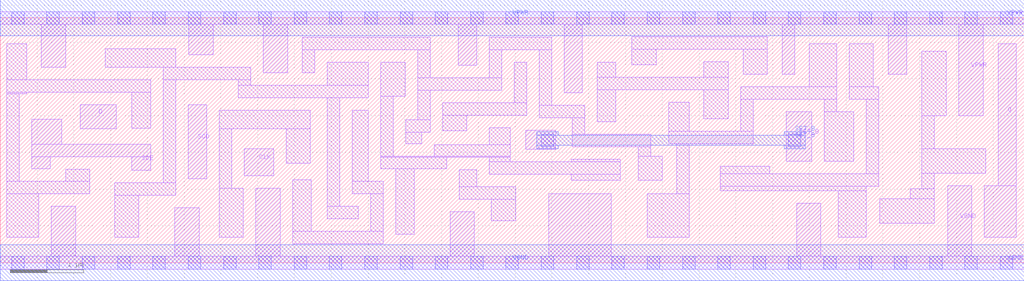
<source format=lef>
# Copyright 2020 The SkyWater PDK Authors
#
# Licensed under the Apache License, Version 2.0 (the "License");
# you may not use this file except in compliance with the License.
# You may obtain a copy of the License at
#
#     https://www.apache.org/licenses/LICENSE-2.0
#
# Unless required by applicable law or agreed to in writing, software
# distributed under the License is distributed on an "AS IS" BASIS,
# WITHOUT WARRANTIES OR CONDITIONS OF ANY KIND, either express or implied.
# See the License for the specific language governing permissions and
# limitations under the License.
#
# SPDX-License-Identifier: Apache-2.0

VERSION 5.7 ;
  NAMESCASESENSITIVE ON ;
  NOWIREEXTENSIONATPIN ON ;
  DIVIDERCHAR "/" ;
  BUSBITCHARS "[]" ;
UNITS
  DATABASE MICRONS 200 ;
END UNITS
MACRO sky130_fd_sc_ls__sdfstp_1
  CLASS CORE ;
  SOURCE USER ;
  FOREIGN sky130_fd_sc_ls__sdfstp_1 ;
  ORIGIN  0.000000  0.000000 ;
  SIZE  13.92000 BY  3.330000 ;
  SYMMETRY X Y ;
  SITE unit ;
  PIN D
    ANTENNAGATEAREA  0.159000 ;
    DIRECTION INPUT ;
    USE SIGNAL ;
    PORT
      LAYER li1 ;
        RECT 1.085000 1.820000 1.580000 2.150000 ;
    END
  END D
  PIN Q
    ANTENNADIFFAREA  0.530100 ;
    DIRECTION OUTPUT ;
    USE SIGNAL ;
    PORT
      LAYER li1 ;
        RECT 13.380000 0.350000 13.815000 1.050000 ;
        RECT 13.565000 1.050000 13.815000 2.980000 ;
    END
  END Q
  PIN SCD
    ANTENNAGATEAREA  0.159000 ;
    DIRECTION INPUT ;
    USE SIGNAL ;
    PORT
      LAYER li1 ;
        RECT 2.555000 1.140000 2.805000 2.150000 ;
    END
  END SCD
  PIN SCE
    ANTENNAGATEAREA  0.318000 ;
    DIRECTION INPUT ;
    USE SIGNAL ;
    PORT
      LAYER li1 ;
        RECT 0.425000 1.280000 0.680000 1.440000 ;
        RECT 0.425000 1.440000 2.045000 1.610000 ;
        RECT 0.425000 1.610000 0.835000 1.950000 ;
        RECT 1.790000 1.260000 2.045000 1.440000 ;
    END
  END SCE
  PIN SET_B
    ANTENNAGATEAREA  0.252000 ;
    DIRECTION INPUT ;
    USE SIGNAL ;
    PORT
      LAYER li1 ;
        RECT  7.145000 1.540000  7.555000 1.800000 ;
        RECT 10.685000 1.380000 11.030000 2.050000 ;
      LAYER mcon ;
        RECT  7.355000 1.580000  7.525000 1.750000 ;
        RECT 10.715000 1.580000 10.885000 1.750000 ;
      LAYER met1 ;
        RECT  7.295000 1.550000  7.585000 1.595000 ;
        RECT  7.295000 1.595000 10.945000 1.735000 ;
        RECT  7.295000 1.735000  7.585000 1.780000 ;
        RECT 10.655000 1.550000 10.945000 1.595000 ;
        RECT 10.655000 1.735000 10.945000 1.780000 ;
    END
  END SET_B
  PIN CLK
    ANTENNAGATEAREA  0.279000 ;
    DIRECTION INPUT ;
    USE CLOCK ;
    PORT
      LAYER li1 ;
        RECT 3.315000 1.180000 3.715000 1.550000 ;
    END
  END CLK
  PIN VGND
    DIRECTION INOUT ;
    SHAPE ABUTMENT ;
    USE GROUND ;
    PORT
      LAYER li1 ;
        RECT  0.000000 -0.085000 13.920000 0.085000 ;
        RECT  0.695000  0.085000  1.025000 0.770000 ;
        RECT  2.375000  0.085000  2.705000 0.750000 ;
        RECT  3.475000  0.085000  3.805000 1.010000 ;
        RECT  6.115000  0.085000  6.445000 0.690000 ;
        RECT  7.455000  0.085000  8.305000 0.940000 ;
        RECT 10.825000  0.085000 11.155000 0.810000 ;
        RECT 12.880000  0.085000 13.210000 1.050000 ;
      LAYER mcon ;
        RECT  0.155000 -0.085000  0.325000 0.085000 ;
        RECT  0.635000 -0.085000  0.805000 0.085000 ;
        RECT  1.115000 -0.085000  1.285000 0.085000 ;
        RECT  1.595000 -0.085000  1.765000 0.085000 ;
        RECT  2.075000 -0.085000  2.245000 0.085000 ;
        RECT  2.555000 -0.085000  2.725000 0.085000 ;
        RECT  3.035000 -0.085000  3.205000 0.085000 ;
        RECT  3.515000 -0.085000  3.685000 0.085000 ;
        RECT  3.995000 -0.085000  4.165000 0.085000 ;
        RECT  4.475000 -0.085000  4.645000 0.085000 ;
        RECT  4.955000 -0.085000  5.125000 0.085000 ;
        RECT  5.435000 -0.085000  5.605000 0.085000 ;
        RECT  5.915000 -0.085000  6.085000 0.085000 ;
        RECT  6.395000 -0.085000  6.565000 0.085000 ;
        RECT  6.875000 -0.085000  7.045000 0.085000 ;
        RECT  7.355000 -0.085000  7.525000 0.085000 ;
        RECT  7.835000 -0.085000  8.005000 0.085000 ;
        RECT  8.315000 -0.085000  8.485000 0.085000 ;
        RECT  8.795000 -0.085000  8.965000 0.085000 ;
        RECT  9.275000 -0.085000  9.445000 0.085000 ;
        RECT  9.755000 -0.085000  9.925000 0.085000 ;
        RECT 10.235000 -0.085000 10.405000 0.085000 ;
        RECT 10.715000 -0.085000 10.885000 0.085000 ;
        RECT 11.195000 -0.085000 11.365000 0.085000 ;
        RECT 11.675000 -0.085000 11.845000 0.085000 ;
        RECT 12.155000 -0.085000 12.325000 0.085000 ;
        RECT 12.635000 -0.085000 12.805000 0.085000 ;
        RECT 13.115000 -0.085000 13.285000 0.085000 ;
        RECT 13.595000 -0.085000 13.765000 0.085000 ;
      LAYER met1 ;
        RECT 0.000000 -0.245000 13.920000 0.245000 ;
    END
  END VGND
  PIN VPWR
    DIRECTION INOUT ;
    SHAPE ABUTMENT ;
    USE POWER ;
    PORT
      LAYER li1 ;
        RECT  0.000000 3.245000 13.920000 3.415000 ;
        RECT  0.560000 2.660000  0.890000 3.245000 ;
        RECT  2.565000 2.830000  2.895000 3.245000 ;
        RECT  3.575000 2.580000  3.905000 3.245000 ;
        RECT  6.225000 2.685000  6.475000 3.245000 ;
        RECT  7.665000 2.310000  7.915000 3.245000 ;
        RECT 10.630000 2.560000 10.800000 3.245000 ;
        RECT 12.070000 2.560000 12.320000 3.245000 ;
        RECT 13.030000 1.995000 13.360000 3.245000 ;
      LAYER mcon ;
        RECT  0.155000 3.245000  0.325000 3.415000 ;
        RECT  0.635000 3.245000  0.805000 3.415000 ;
        RECT  1.115000 3.245000  1.285000 3.415000 ;
        RECT  1.595000 3.245000  1.765000 3.415000 ;
        RECT  2.075000 3.245000  2.245000 3.415000 ;
        RECT  2.555000 3.245000  2.725000 3.415000 ;
        RECT  3.035000 3.245000  3.205000 3.415000 ;
        RECT  3.515000 3.245000  3.685000 3.415000 ;
        RECT  3.995000 3.245000  4.165000 3.415000 ;
        RECT  4.475000 3.245000  4.645000 3.415000 ;
        RECT  4.955000 3.245000  5.125000 3.415000 ;
        RECT  5.435000 3.245000  5.605000 3.415000 ;
        RECT  5.915000 3.245000  6.085000 3.415000 ;
        RECT  6.395000 3.245000  6.565000 3.415000 ;
        RECT  6.875000 3.245000  7.045000 3.415000 ;
        RECT  7.355000 3.245000  7.525000 3.415000 ;
        RECT  7.835000 3.245000  8.005000 3.415000 ;
        RECT  8.315000 3.245000  8.485000 3.415000 ;
        RECT  8.795000 3.245000  8.965000 3.415000 ;
        RECT  9.275000 3.245000  9.445000 3.415000 ;
        RECT  9.755000 3.245000  9.925000 3.415000 ;
        RECT 10.235000 3.245000 10.405000 3.415000 ;
        RECT 10.715000 3.245000 10.885000 3.415000 ;
        RECT 11.195000 3.245000 11.365000 3.415000 ;
        RECT 11.675000 3.245000 11.845000 3.415000 ;
        RECT 12.155000 3.245000 12.325000 3.415000 ;
        RECT 12.635000 3.245000 12.805000 3.415000 ;
        RECT 13.115000 3.245000 13.285000 3.415000 ;
        RECT 13.595000 3.245000 13.765000 3.415000 ;
      LAYER met1 ;
        RECT 0.000000 3.085000 13.920000 3.575000 ;
    END
  END VPWR
  OBS
    LAYER li1 ;
      RECT  0.085000 0.350000  0.525000 0.940000 ;
      RECT  0.085000 0.940000  1.220000 1.110000 ;
      RECT  0.085000 1.110000  0.255000 2.300000 ;
      RECT  0.085000 2.300000  0.360000 2.320000 ;
      RECT  0.085000 2.320000  2.045000 2.490000 ;
      RECT  0.085000 2.490000  0.360000 2.980000 ;
      RECT  0.890000 1.110000  1.220000 1.270000 ;
      RECT  1.430000 2.660000  2.385000 2.910000 ;
      RECT  1.555000 0.350000  1.885000 0.920000 ;
      RECT  1.555000 0.920000  2.385000 1.090000 ;
      RECT  1.790000 1.830000  2.045000 2.320000 ;
      RECT  2.215000 1.090000  2.385000 2.490000 ;
      RECT  2.215000 2.490000  3.405000 2.660000 ;
      RECT  2.975000 0.350000  3.305000 1.010000 ;
      RECT  2.975000 1.010000  3.145000 1.820000 ;
      RECT  2.975000 1.820000  4.215000 2.070000 ;
      RECT  3.235000 2.240000  5.005000 2.410000 ;
      RECT  3.235000 2.410000  3.405000 2.490000 ;
      RECT  3.885000 1.350000  4.215000 1.820000 ;
      RECT  3.975000 0.255000  5.205000 0.425000 ;
      RECT  3.975000 0.425000  4.225000 1.130000 ;
      RECT  4.105000 2.580000  4.275000 2.895000 ;
      RECT  4.105000 2.895000  5.845000 3.065000 ;
      RECT  4.445000 0.595000  4.865000 0.765000 ;
      RECT  4.445000 0.765000  4.615000 2.240000 ;
      RECT  4.445000 2.410000  5.005000 2.725000 ;
      RECT  4.785000 0.935000  5.205000 1.105000 ;
      RECT  4.785000 1.105000  5.005000 2.070000 ;
      RECT  5.035000 0.425000  5.205000 0.935000 ;
      RECT  5.175000 1.275000  6.070000 1.435000 ;
      RECT  5.175000 1.435000  6.935000 1.445000 ;
      RECT  5.175000 1.445000  5.345000 2.265000 ;
      RECT  5.175000 2.265000  5.505000 2.725000 ;
      RECT  5.375000 0.385000  5.625000 1.275000 ;
      RECT  5.515000 1.615000  5.730000 1.775000 ;
      RECT  5.515000 1.775000  5.845000 1.945000 ;
      RECT  5.675000 1.945000  5.845000 2.345000 ;
      RECT  5.675000 2.345000  6.815000 2.515000 ;
      RECT  5.675000 2.515000  5.845000 2.895000 ;
      RECT  5.900000 1.445000  6.935000 1.605000 ;
      RECT  6.015000 1.795000  6.345000 2.005000 ;
      RECT  6.015000 2.005000  7.155000 2.175000 ;
      RECT  6.240000 0.860000  7.005000 1.030000 ;
      RECT  6.240000 1.030000  6.480000 1.265000 ;
      RECT  6.645000 2.515000  6.815000 2.895000 ;
      RECT  6.645000 2.895000  7.495000 3.065000 ;
      RECT  6.650000 1.200000  8.430000 1.370000 ;
      RECT  6.650000 1.370000  6.935000 1.435000 ;
      RECT  6.650000 1.605000  6.935000 1.835000 ;
      RECT  6.675000 0.570000  7.005000 0.860000 ;
      RECT  6.985000 2.175000  7.155000 2.725000 ;
      RECT  7.325000 1.970000  7.945000 2.140000 ;
      RECT  7.325000 2.140000  7.495000 2.895000 ;
      RECT  7.760000 1.120000  8.430000 1.200000 ;
      RECT  7.760000 1.370000  8.430000 1.410000 ;
      RECT  7.775000 1.580000  8.840000 1.750000 ;
      RECT  7.775000 1.750000  7.945000 1.970000 ;
      RECT  8.115000 1.920000  8.365000 2.350000 ;
      RECT  8.115000 2.350000  9.895000 2.520000 ;
      RECT  8.115000 2.520000  8.365000 2.725000 ;
      RECT  8.585000 2.690000  8.915000 2.905000 ;
      RECT  8.585000 2.905000 10.430000 3.075000 ;
      RECT  8.670000 1.120000  9.000000 1.450000 ;
      RECT  8.670000 1.450000  8.840000 1.580000 ;
      RECT  8.795000 0.350000  9.365000 0.940000 ;
      RECT  9.090000 1.620000 10.235000 1.790000 ;
      RECT  9.090000 1.790000  9.365000 2.180000 ;
      RECT  9.195000 0.940000  9.365000 1.620000 ;
      RECT  9.565000 1.960000  9.895000 2.350000 ;
      RECT  9.565000 2.520000  9.895000 2.735000 ;
      RECT  9.790000 0.980000 11.770000 1.040000 ;
      RECT  9.790000 1.040000 11.940000 1.210000 ;
      RECT  9.790000 1.210000 10.460000 1.310000 ;
      RECT 10.065000 1.790000 10.235000 2.220000 ;
      RECT 10.065000 2.220000 11.370000 2.390000 ;
      RECT 10.100000 2.560000 10.430000 2.905000 ;
      RECT 11.000000 2.390000 11.370000 2.980000 ;
      RECT 11.200000 1.380000 11.600000 2.050000 ;
      RECT 11.200000 2.050000 11.370000 2.220000 ;
      RECT 11.395000 0.350000 11.770000 0.980000 ;
      RECT 11.540000 2.220000 11.940000 2.390000 ;
      RECT 11.540000 2.390000 11.870000 2.980000 ;
      RECT 11.770000 1.210000 11.940000 2.220000 ;
      RECT 11.955000 0.540000 12.700000 0.870000 ;
      RECT 12.370000 0.870000 12.700000 1.005000 ;
      RECT 12.530000 1.005000 12.700000 1.220000 ;
      RECT 12.530000 1.220000 13.395000 1.550000 ;
      RECT 12.530000 1.550000 12.700000 1.995000 ;
      RECT 12.530000 1.995000 12.860000 2.875000 ;
  END
END sky130_fd_sc_ls__sdfstp_1

</source>
